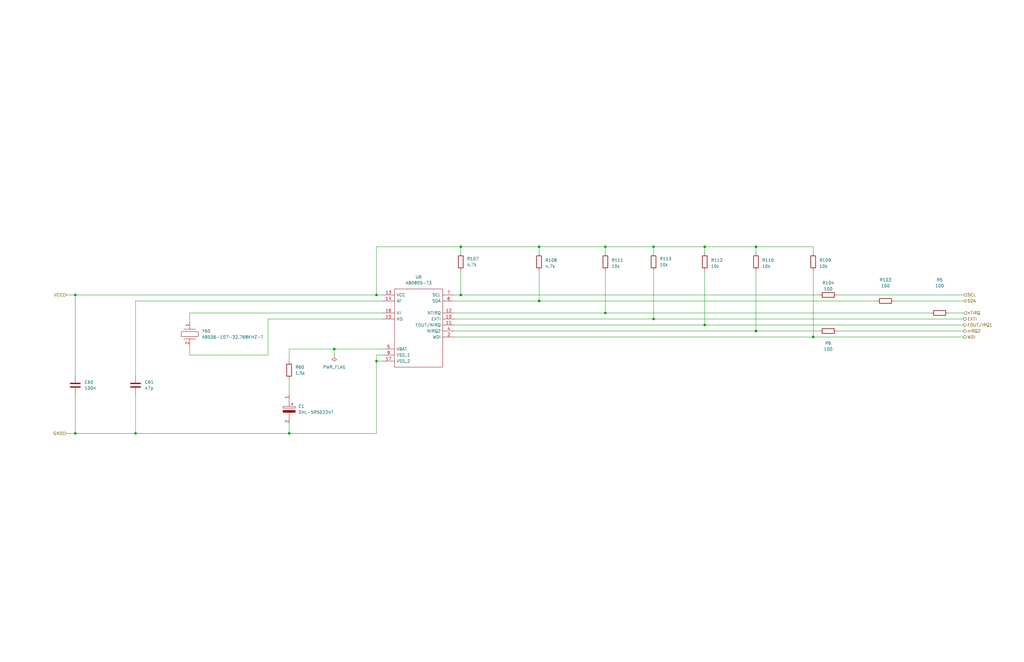
<source format=kicad_sch>
(kicad_sch (version 20230121) (generator eeschema)
  (paper "USLedger")
  (title_block (title "PCO2 Sensor Board") (rev "201") (company "Engineering") (comment 2 "Matt Casari") (comment 4 "DRAFT"))
  (lib_symbols
    (symbol "Device:C" (pin_numbers hide) (pin_names (offset 0.254))
      (property "Reference" "C" (at 0.635 2.54 0))
      (property "Value" "C" (at 0.635 -2.54 0))
      (symbol "C_0_1"
        (polyline (pts (xy -2.032 -0.762) (xy 2.032 -0.762)) (stroke (width 0.508)))
        (polyline (pts (xy -2.032 0.762) (xy 2.032 0.762)) (stroke (width 0.508)))
      )
      (symbol "C_1_1"
        (pin passive line (at 0 3.81 270) (length 2.794) (name "~") (number "1"))
        (pin passive line (at 0 -3.81 90) (length 2.794) (name "~") (number "2"))
      )
    )
    (symbol "Device:R" (pin_numbers hide) (pin_names (offset 0))
      (property "Reference" "R" (at 2.032 0 90))
      (property "Value" "R" (at 0 0 90))
      (symbol "R_0_1"
        (rectangle (start -1.016 -2.54) (end 1.016 2.54) (stroke (width 0.254)))
      )
      (symbol "R_1_1"
        (pin passive line (at 0 3.81 270) (length 1.27) (name "~") (number "1"))
        (pin passive line (at 0 -3.81 90) (length 1.27) (name "~") (number "2"))
      )
    )
    (symbol "pco2-sensor-board:AB0805-T3" (pin_names (offset 0.762))
      (property "Reference" "U" (at 0 17.78 0))
      (property "Value" "AB0805-T3" (at 0 15.24 0))
      (symbol "AB0805-T3_0_0"
        (pin no_connect line (at 15.24 -12.7 180) (length 5.08) hide (name "~") (number "1"))
        (pin input line (at 15.24 0 180) (length 5.08) (name "EXTI") (number "10"))
        (pin output line (at 15.24 -2.54 180) (length 5.08) (name "FOUT/NIRQ") (number "11"))
        (pin output line (at 15.24 2.54 180) (length 5.08) (name "NTIRQ") (number "12"))
        (pin power_in line (at -15.24 10.16 0) (length 5.08) (name "VCC") (number "13"))
        (pin output line (at -15.24 7.62 0) (length 5.08) (name "AF") (number "14"))
        (pin passive line (at -15.24 0 0) (length 5.08) (name "XO") (number "15"))
        (pin passive line (at -15.24 2.54 0) (length 5.08) (name "XI") (number "16"))
        (pin power_in line (at -15.24 -17.78 0) (length 5.08) (name "VSS_2") (number "17"))
        (pin input line (at 15.24 -7.62 180) (length 5.08) (name "WDI") (number "2"))
        (pin no_connect line (at 15.24 -15.24 180) (length 5.08) hide (name "~") (number "3"))
        (pin output line (at 15.24 -5.08 180) (length 5.08) (name "NIRQ2") (number "4"))
        (pin power_in line (at -15.24 -12.7 0) (length 5.08) (name "VBAT") (number "5"))
        (pin input line (at 15.24 7.62 180) (length 5.08) (name "SDA") (number "6"))
        (pin input line (at 15.24 10.16 180) (length 5.08) (name "SCL") (number "7"))
        (pin no_connect line (at 15.24 -17.78 180) (length 5.08) hide (name "~") (number "8"))
        (pin power_in line (at -15.24 -15.24 0) (length 5.08) (name "VSS_1") (number "9"))
      )
      (symbol "AB0805-T3_0_1"
        (polyline (pts (xy -10.16 12.7) (xy 10.16 12.7) (xy 10.16 -20.32) (xy -10.16 -20.32) (xy -10.16 12.7)) (stroke (width 0.1524)))
      )
    )
    (symbol "pco2-sensor-board:ABS06-107-32.768KHZ-T" (pin_names (offset 0.762))
      (property "Reference" "Y" (at 8.89 6.35 0))
      (property "Value" "ABS06-107-32.768KHZ-T" (at 8.89 3.81 0))
      (symbol "ABS06-107-32.768KHZ-T_0_0"
        (pin passive line (at 10.16 0 180) (length 2.54) (name "~") (number "1"))
        (pin passive line (at 0 0 0) (length 2.54) (name "~") (number "2"))
      )
      (symbol "ABS06-107-32.768KHZ-T_0_1"
        (polyline (pts (xy 3.048 0) (xy 2.54 0)) (stroke (width 0.1524)))
        (polyline (pts (xy 3.048 2.54) (xy 3.048 -2.54)) (stroke (width 0.1524)))
        (polyline (pts (xy 7.112 0) (xy 7.62 0)) (stroke (width 0.1524)))
        (polyline (pts (xy 7.112 2.54) (xy 7.112 -2.54)) (stroke (width 0.1524)))
        (polyline (pts (xy 4.064 3.556) (xy 4.064 -3.556) (xy 6.096 -3.556) (xy 6.096 3.556) (xy 4.064 3.556)) (stroke (width 0.1524)))
      )
    )
    (symbol "pco2-sensor-board:DHL-5R5D224T" (pin_names (offset 0.762))
      (property "Reference" "C" (at 8.89 6.35 0))
      (property "Value" "DHL-5R5D224T" (at 8.89 3.81 0))
      (symbol "DHL-5R5D224T_0_0"
        (pin passive line (at 0 0 0) (length 2.54) (name "~") (number "1"))
        (pin passive line (at 12.7 0 180) (length 2.54) (name "~") (number "2"))
      )
      (symbol "DHL-5R5D224T_0_1"
        (polyline (pts (xy 2.54 0) (xy 5.08 0)) (stroke (width 0.1524)))
        (polyline (pts (xy 4.064 1.778) (xy 4.064 0.762)) (stroke (width 0.1524)))
        (polyline (pts (xy 4.572 1.27) (xy 3.556 1.27)) (stroke (width 0.1524)))
        (polyline (pts (xy 7.62 0) (xy 10.16 0)) (stroke (width 0.1524)))
        (polyline (pts (xy 5.08 2.54) (xy 5.08 -2.54) (xy 5.842 -2.54) (xy 5.842 2.54) (xy 5.08 2.54)) (stroke (width 0.1524)))
        (polyline (pts (xy 7.62 2.54) (xy 7.62 -2.54) (xy 6.858 -2.54) (xy 6.858 2.54) (xy 7.62 2.54)) (stroke (width 0.254)) (fill (type outline)))
      )
    )
    (symbol "power:PWR_FLAG" (power) (pin_numbers hide) (pin_names (offset 0) hide)
      (property "Value" "PWR_FLAG" (at 0 3.81 0))
      (symbol "PWR_FLAG_0_0"
        (pin power_out line (at 0 0 90) (length 0) (name "pwr") (number "1"))
      )
      (symbol "PWR_FLAG_0_1"
        (polyline (pts (xy 0 0) (xy 0 1.27) (xy -1.016 1.905) (xy 0 2.54) (xy 1.016 1.905) (xy 0 1.27)))
      )
    )
  )
  (junction (at 275.59 104.14))
  (junction (at 227.33 104.14))
  (junction (at 194.31 124.46))
  (junction (at 194.31 104.14))
  (junction (at 158.75 152.4))
  (junction (at 57.15 182.88))
  (junction (at 318.77 139.7))
  (junction (at 31.75 124.46))
  (junction (at 297.18 137.16))
  (junction (at 227.33 127))
  (junction (at 158.75 124.46))
  (junction (at 255.27 132.08))
  (junction (at 31.75 182.88))
  (junction (at 121.92 182.88))
  (junction (at 275.59 134.62))
  (junction (at 342.9 142.24))
  (junction (at 318.77 104.14))
  (junction (at 255.27 104.14))
  (junction (at 297.18 104.14))
  (junction (at 140.97 147.32))
  (wire (pts (xy 158.75 149.86) (xy 158.75 152.4)))
  (wire (pts (xy 113.03 149.86) (xy 80.01 149.86)))
  (wire (pts (xy 400.05 132.08) (xy 406.4 132.08)))
  (wire (pts (xy 297.18 137.16) (xy 406.4 137.16)))
  (wire (pts (xy 31.75 182.88) (xy 57.15 182.88)))
  (wire (pts (xy 353.06 124.46) (xy 406.4 124.46)))
  (wire (pts (xy 158.75 152.4) (xy 158.75 182.88)))
  (wire (pts (xy 318.77 139.7) (xy 345.44 139.7)))
  (wire (pts (xy 80.01 132.08) (xy 161.29 132.08)))
  (wire (pts (xy 275.59 104.14) (xy 297.18 104.14)))
  (wire (pts (xy 275.59 114.3) (xy 275.59 134.62)))
  (wire (pts (xy 113.03 134.62) (xy 113.03 149.86)))
  (wire (pts (xy 113.03 134.62) (xy 161.29 134.62)))
  (wire (pts (xy 194.31 104.14) (xy 194.31 106.68)))
  (wire (pts (xy 57.15 127) (xy 57.15 158.75)))
  (wire (pts (xy 227.33 104.14) (xy 227.33 106.68)))
  (wire (pts (xy 121.92 147.32) (xy 121.92 152.4)))
  (wire (pts (xy 194.31 104.14) (xy 227.33 104.14)))
  (wire (pts (xy 140.97 147.32) (xy 161.29 147.32)))
  (wire (pts (xy 80.01 146.05) (xy 80.01 149.86)))
  (wire (pts (xy 158.75 149.86) (xy 161.29 149.86)))
  (wire (pts (xy 297.18 106.68) (xy 297.18 104.14)))
  (wire (pts (xy 275.59 134.62) (xy 406.4 134.62)))
  (wire (pts (xy 227.33 127) (xy 369.57 127)))
  (wire (pts (xy 158.75 152.4) (xy 161.29 152.4)))
  (wire (pts (xy 297.18 104.14) (xy 318.77 104.14)))
  (wire (pts (xy 227.33 104.14) (xy 255.27 104.14)))
  (wire (pts (xy 140.97 147.32) (xy 140.97 149.86)))
  (wire (pts (xy 275.59 106.68) (xy 275.59 104.14)))
  (wire (pts (xy 121.92 147.32) (xy 140.97 147.32)))
  (wire (pts (xy 297.18 114.3) (xy 297.18 137.16)))
  (wire (pts (xy 191.77 132.08) (xy 255.27 132.08)))
  (wire (pts (xy 255.27 106.68) (xy 255.27 104.14)))
  (wire (pts (xy 121.92 182.88) (xy 158.75 182.88)))
  (wire (pts (xy 318.77 114.3) (xy 318.77 139.7)))
  (wire (pts (xy 158.75 124.46) (xy 161.29 124.46)))
  (wire (pts (xy 191.77 142.24) (xy 342.9 142.24)))
  (wire (pts (xy 57.15 127) (xy 161.29 127)))
  (wire (pts (xy 191.77 134.62) (xy 275.59 134.62)))
  (wire (pts (xy 158.75 104.14) (xy 194.31 104.14)))
  (wire (pts (xy 57.15 166.37) (xy 57.15 182.88)))
  (wire (pts (xy 353.06 139.7) (xy 406.4 139.7)))
  (wire (pts (xy 27.94 182.88) (xy 31.75 182.88)))
  (wire (pts (xy 194.31 124.46) (xy 345.44 124.46)))
  (wire (pts (xy 57.15 182.88) (xy 121.92 182.88)))
  (wire (pts (xy 377.19 127) (xy 406.4 127)))
  (wire (pts (xy 194.31 114.3) (xy 194.31 124.46)))
  (wire (pts (xy 255.27 104.14) (xy 275.59 104.14)))
  (wire (pts (xy 31.75 166.37) (xy 31.75 182.88)))
  (wire (pts (xy 191.77 139.7) (xy 318.77 139.7)))
  (wire (pts (xy 342.9 114.3) (xy 342.9 142.24)))
  (wire (pts (xy 342.9 106.68) (xy 342.9 104.14)))
  (wire (pts (xy 342.9 142.24) (xy 406.4 142.24)))
  (wire (pts (xy 255.27 114.3) (xy 255.27 132.08)))
  (wire (pts (xy 27.94 124.46) (xy 31.75 124.46)))
  (wire (pts (xy 31.75 124.46) (xy 158.75 124.46)))
  (wire (pts (xy 318.77 106.68) (xy 318.77 104.14)))
  (wire (pts (xy 158.75 124.46) (xy 158.75 104.14)))
  (wire (pts (xy 255.27 132.08) (xy 392.43 132.08)))
  (wire (pts (xy 191.77 137.16) (xy 297.18 137.16)))
  (wire (pts (xy 121.92 182.88) (xy 121.92 179.07)))
  (wire (pts (xy 31.75 124.46) (xy 31.75 158.75)))
  (wire (pts (xy 227.33 114.3) (xy 227.33 127)))
  (wire (pts (xy 121.92 166.37) (xy 121.92 160.02)))
  (wire (pts (xy 191.77 124.46) (xy 194.31 124.46)))
  (wire (pts (xy 318.77 104.14) (xy 342.9 104.14)))
  (wire (pts (xy 191.77 127) (xy 227.33 127)))
  (wire (pts (xy 80.01 132.08) (xy 80.01 135.89)))
  (hierarchical_label "SCL" (shape input) (at 406.4 124.46 0))
  (hierarchical_label "WDI" (shape output) (at 406.4 142.24 0))
  (hierarchical_label "EXTI" (shape output) (at 406.4 134.62 0))
  (hierarchical_label "nTIRQ" (shape input) (at 406.4 132.08 0))
  (hierarchical_label "SDA" (shape tri_state) (at 406.4 127 0))
  (hierarchical_label "nIRQ2" (shape output) (at 406.4 139.7 0))
  (hierarchical_label "GND" (shape input) (at 27.94 182.88 180))
  (hierarchical_label "FOUT{slash}IRQ1" (shape output) (at 406.4 137.16 0))
  (hierarchical_label "VCC" (shape input) (at 27.94 124.46 180))
  (symbol (lib_id "pco2-sensor-board:DHL-5R5D224T") (at 121.92 166.37 270) (unit 1)
    (property "Reference" "C1" (at 125.73 171.4499 90) (effects (justify left)))
    (property "Value" "DHL-5R5D224T" (at 125.73 173.9899 90) (effects (justify left)))
    (property "Footprint" "pco2-sensor-board:DHL-5R5D224T" (effects hide))
    (property "Datasheet" "https://eu.mouser.com/datasheet/2/129/dhl_e-5207.pdf" (effects hide))
    (property "MPN" "DHL-5R5D224T" (effects hide))
  )
  (symbol (lib_id "Device:R") (at 373.38 127 90) (unit 1)
    (property "Reference" "R103" (at 373.38 118.11 90))
    (property "Value" "100" (at 373.38 120.65 90))
    (property "Footprint" "Resistor_SMD:R_0805_2012Metric" (effects hide))
    (property "MPN" "CRCW0805100RFKEAC" (effects hide))
  )
  (symbol (lib_id "Device:R") (at 121.92 156.21 0) (unit 1)
    (property "Reference" "R60" (at 124.46 154.9399 0) (effects (justify left)))
    (property "Value" "1.5k" (at 124.46 157.4799 0) (effects (justify left)))
    (property "Footprint" "Resistor_SMD:R_0805_2012Metric" (effects hide))
    (property "MPN" "CRCW08051K50FKEAC" (effects hide))
  )
  (symbol (lib_id "Device:R") (at 349.25 139.7 90) (unit 1)
    (property "Reference" "R6" (at 349.25 144.78 90))
    (property "Value" "100" (at 349.25 147.32 90))
    (property "Footprint" "Resistor_SMD:R_0805_2012Metric" (effects hide))
    (property "MPN" "CRCW0805100RFKEAC" (effects hide))
  )
  (symbol (lib_id "pco2-sensor-board:ABS06-107-32.768KHZ-T") (at 80.01 146.05 90) (unit 1)
    (property "Reference" "Y60" (at 85.09 139.6999 90) (effects (justify right)))
    (property "Value" "ABS06-107-32.768KHZ-T" (at 85.09 142.2399 90) (effects (justify right)))
    (property "Footprint" "pco2-sensor-board:ABS0610732768KHZT" (effects hide))
    (property "Datasheet" "http://www.abracon.com/Resonators/ABS06-107-32.768kHz-T.pdf" (effects hide))
    (property "Description" "ABRACON - ABS06-107-32.768KHZ-T - CRYSTAL, 32.768KHZ, 4PF, 2 X 1.2MM" (effects hide))
    (property "MPN" "ABS06-107-32.768KHZ-T" (effects hide))
  )
  (symbol (lib_id "pco2-sensor-board:AB0805-T3") (at 176.53 134.62 0) (unit 1)
    (property "Reference" "U6" (at 176.53 116.84 0))
    (property "Value" "AB0805-T3" (at 176.53 119.38 0))
    (property "Footprint" "pco2-sensor-board:QFN50P300X300X90-17N" (effects hide))
    (property "MPN" "AB0805-T3" (effects hide))
  )
  (symbol (lib_id "Device:C") (at 57.15 162.56 0) (unit 1)
    (property "Reference" "C61" (at 60.96 161.2899 0) (effects (justify left)))
    (property "Value" "47p" (at 60.96 163.8299 0) (effects (justify left)))
    (property "Footprint" "Capacitor_SMD:C_0805_2012Metric" (effects hide))
    (property "MPN" "C0805X470F5GACTU" (effects hide))
  )
  (symbol (lib_id "Device:R") (at 396.24 132.08 90) (unit 1)
    (property "Reference" "R5" (at 396.24 118.11 90))
    (property "Value" "100" (at 396.24 120.65 90))
    (property "Footprint" "Resistor_SMD:R_0805_2012Metric" (effects hide))
    (property "MPN" "CRCW0805100RFKEAC" (effects hide))
  )
  (symbol (lib_id "Device:C") (at 31.75 162.56 0) (unit 1)
    (property "Reference" "C60" (at 35.56 161.2899 0) (effects (justify left)))
    (property "Value" "100n" (at 35.56 163.8299 0) (effects (justify left)))
    (property "Footprint" "Capacitor_SMD:C_0805_2012Metric" (effects hide))
    (property "MPN" "C0805R104J5RACTU" (effects hide))
  )
  (symbol (lib_id "Device:R") (at 194.31 110.49 0) (unit 1)
    (property "Reference" "R107" (at 196.85 109.2199 0) (effects (justify left)))
    (property "Value" "4.7k" (at 196.85 111.7599 0) (effects (justify left)))
    (property "Footprint" "Resistor_SMD:R_0805_2012Metric" (effects hide))
    (property "MPN" "CRCW08054K70FKEAC" (effects hide))
  )
  (symbol (lib_id "Device:R") (at 227.33 110.49 0) (unit 1)
    (property "Reference" "R108" (at 229.87 109.855 0) (effects (justify left)))
    (property "Value" "4.7k" (at 229.87 112.395 0) (effects (justify left)))
    (property "Footprint" "Resistor_SMD:R_0805_2012Metric" (effects hide))
    (property "MPN" "CRCW08054K70FKEAC" (effects hide))
  )
  (symbol (lib_id "power:PWR_FLAG") (at 140.97 149.86 180) (unit 1)
    (property "Reference" "#FLG0105" (effects hide))
    (property "Value" "PWR_FLAG" (at 140.97 154.94 0))
  )
  (symbol (lib_id "Device:R") (at 342.9 110.49 0) (unit 1)
    (property "Reference" "R109" (at 345.44 109.855 0) (effects (justify left)))
    (property "Value" "10k" (at 345.44 112.395 0) (effects (justify left)))
    (property "Footprint" "Resistor_SMD:R_0805_2012Metric" (effects hide))
    (property "MPN" "CRCW080510K0FKEAC" (effects hide))
  )
  (symbol (lib_id "Device:R") (at 255.27 110.49 0) (unit 1)
    (property "Reference" "R111" (at 257.81 109.855 0) (effects (justify left)))
    (property "Value" "10k" (at 257.81 112.395 0) (effects (justify left)))
    (property "Footprint" "Resistor_SMD:R_0805_2012Metric" (effects hide))
    (property "MPN" "CRCW080510K0FKEAC" (effects hide))
  )
  (symbol (lib_id "Device:R") (at 349.25 124.46 90) (unit 1)
    (property "Reference" "R104" (at 349.25 119.38 90))
    (property "Value" "100" (at 349.25 121.92 90))
    (property "Footprint" "Resistor_SMD:R_0805_2012Metric" (effects hide))
    (property "MPN" "CRCW0805100RFKEAC" (effects hide))
  )
  (symbol (lib_id "Device:R") (at 318.77 110.49 0) (unit 1)
    (property "Reference" "R110" (at 321.31 109.855 0) (effects (justify left)))
    (property "Value" "10k" (at 321.31 112.395 0) (effects (justify left)))
    (property "Footprint" "Resistor_SMD:R_0805_2012Metric" (effects hide))
    (property "MPN" "CRCW080510K0FKEAC" (effects hide))
  )
  (symbol (lib_id "Device:R") (at 275.59 110.49 0) (unit 1)
    (property "Reference" "R113" (at 278.13 109.2199 0) (effects (justify left)))
    (property "Value" "10k" (at 278.13 111.7599 0) (effects (justify left)))
    (property "Footprint" "Resistor_SMD:R_0805_2012Metric" (effects hide))
    (property "MPN" "CRCW080510K0FKEAC" (effects hide))
  )
  (symbol (lib_id "Device:R") (at 297.18 110.49 0) (unit 1)
    (property "Reference" "R112" (at 299.72 109.855 0) (effects (justify left)))
    (property "Value" "10k" (at 299.72 112.395 0) (effects (justify left)))
    (property "Footprint" "Resistor_SMD:R_0805_2012Metric" (effects hide))
    (property "MPN" "CRCW080510K0FKEAC" (effects hide))
  )
)
</source>
